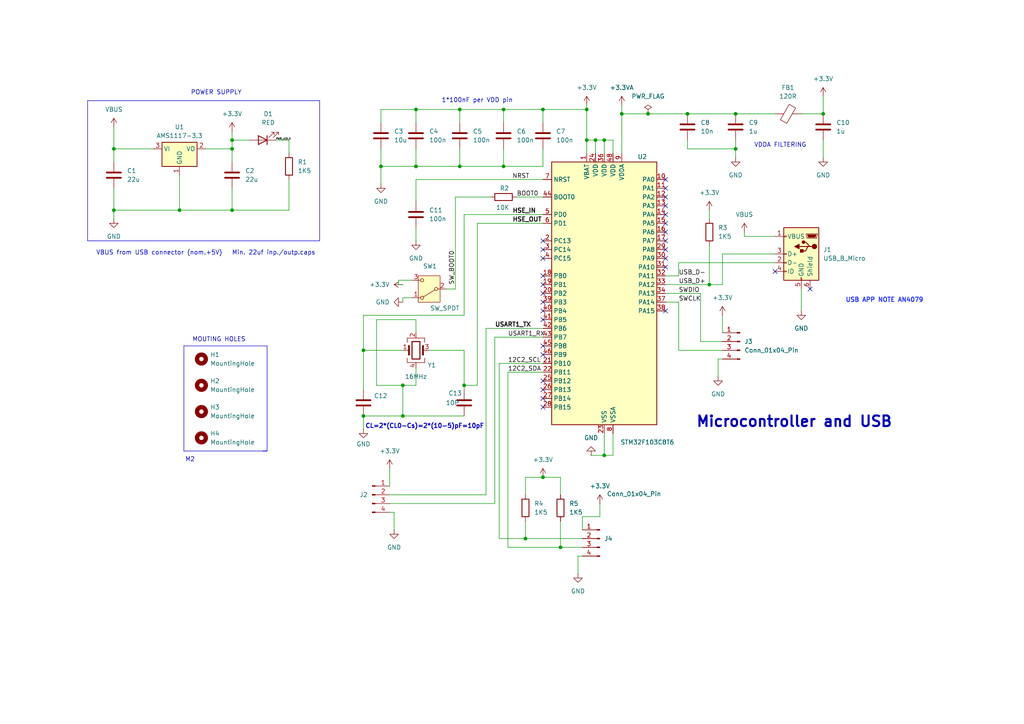
<source format=kicad_sch>
(kicad_sch (version 20250114) (generator "eeschema") (generator_version "9.0")
  (paper "A4")
  (title_block (title "STM32") (date "2025-04-11") (rev "0.1"))
  (lib_symbols
    (symbol "Connector:Conn_01x04_Pin" (pin_names (offset 1.016) (hide yes))
      (property "Reference" "J" (at 0 5.08 0))
      (property "Value" "Conn_01x04_Pin" (at 0 -7.62 0))
      (symbol "Conn_01x04_Pin_1_1"
        (rectangle (start 0.8636 2.667) (end 0 2.413) (stroke (width 0.1524)) (fill (type outline)))
        (rectangle (start 0.8636 0.127) (end 0 -0.127) (stroke (width 0.1524)) (fill (type outline)))
        (rectangle (start 0.8636 -2.413) (end 0 -2.667) (stroke (width 0.1524)) (fill (type outline)))
        (rectangle (start 0.8636 -4.953) (end 0 -5.207) (stroke (width 0.1524)) (fill (type outline)))
        (polyline (pts (xy 1.27 2.54) (xy 0.8636 2.54)) (stroke (width 0.1524)))
        (polyline (pts (xy 1.27 0) (xy 0.8636 0)) (stroke (width 0.1524)))
        (polyline (pts (xy 1.27 -2.54) (xy 0.8636 -2.54)) (stroke (width 0.1524)))
        (polyline (pts (xy 1.27 -5.08) (xy 0.8636 -5.08)) (stroke (width 0.1524)))
        (pin passive line (at 5.08 2.54 180) (length 3.81) (name "Pin_1") (number "1"))
        (pin passive line (at 5.08 0 180) (length 3.81) (name "Pin_2") (number "2"))
        (pin passive line (at 5.08 -2.54 180) (length 3.81) (name "Pin_3") (number "3"))
        (pin passive line (at 5.08 -5.08 180) (length 3.81) (name "Pin_4") (number "4"))
      )
    )
    (symbol "Connector:USB_B_Micro" (pin_names (offset 1.016))
      (property "Reference" "J" (at -5.08 11.43 0))
      (property "Value" "USB_B_Micro" (at -5.08 8.89 0))
      (symbol "USB_B_Micro_0_1"
        (rectangle (start -5.08 -7.62) (end 5.08 7.62) (stroke (width 0.254)) (fill (type background)))
        (polyline (pts (xy -4.699 5.842) (xy -4.699 5.588) (xy -4.445 4.826) (xy -4.445 4.572) (xy -1.651 4.572) (xy -1.651 4.826) (xy -1.397 5.588) (xy -1.397 5.842) (xy -4.699 5.842)))
        (polyline (pts (xy -4.318 5.588) (xy -1.778 5.588) (xy -2.032 4.826) (xy -4.064 4.826) (xy -4.318 5.588)) (fill (type outline)))
        (circle (center -3.81 2.159) (radius 0.635) (stroke (width 0.254)) (fill (type outline)))
        (polyline (pts (xy -3.175 2.159) (xy -2.54 2.159) (xy -1.27 3.429) (xy -0.635 3.429)) (stroke (width 0.254)))
        (polyline (pts (xy -2.54 2.159) (xy -1.905 2.159) (xy -1.27 0.889) (xy 0 0.889)) (stroke (width 0.254)))
        (polyline (pts (xy -1.905 2.159) (xy 0.635 2.159)) (stroke (width 0.254)))
        (circle (center -0.635 3.429) (radius 0.381) (stroke (width 0.254)) (fill (type outline)))
        (rectangle (start -0.127 -7.62) (end 0.127 -6.858))
        (rectangle (start 0.254 1.27) (end -0.508 0.508) (stroke (width 0.254)) (fill (type outline)))
        (polyline (pts (xy 0.635 2.794) (xy 0.635 1.524) (xy 1.905 2.159) (xy 0.635 2.794)) (stroke (width 0.254)) (fill (type outline)))
        (rectangle (start 5.08 4.953) (end 4.318 5.207))
        (rectangle (start 5.08 -0.127) (end 4.318 0.127))
        (rectangle (start 5.08 -2.667) (end 4.318 -2.413))
        (rectangle (start 5.08 -5.207) (end 4.318 -4.953))
      )
      (symbol "USB_B_Micro_1_1"
        (pin passive line (at -2.54 -10.16 90) (length 2.54) (name "Shield") (number "6"))
        (pin power_out line (at 0 -10.16 90) (length 2.54) (name "GND") (number "5"))
        (pin power_out line (at 7.62 5.08 180) (length 2.54) (name "VBUS") (number "1"))
        (pin bidirectional line (at 7.62 0 180) (length 2.54) (name "D+") (number "3"))
        (pin bidirectional line (at 7.62 -2.54 180) (length 2.54) (name "D-") (number "2"))
        (pin passive line (at 7.62 -5.08 180) (length 2.54) (name "ID") (number "4"))
      )
    )
    (symbol "Device:C" (pin_numbers (hide yes)) (pin_names (offset 0.254))
      (property "Reference" "C" (at 0.635 2.54 0))
      (property "Value" "C" (at 0.635 -2.54 0))
      (symbol "C_0_1"
        (polyline (pts (xy -2.032 0.762) (xy 2.032 0.762)) (stroke (width 0.508)))
        (polyline (pts (xy -2.032 -0.762) (xy 2.032 -0.762)) (stroke (width 0.508)))
      )
      (symbol "C_1_1"
        (pin passive line (at 0 3.81 270) (length 2.794) (name "~") (number "1"))
        (pin passive line (at 0 -3.81 90) (length 2.794) (name "~") (number "2"))
      )
    )
    (symbol "Device:Crystal_GND24" (pin_names (offset 1.016) (hide yes))
      (property "Reference" "Y" (at 3.175 5.08 0))
      (property "Value" "Crystal_GND24" (at 3.175 3.175 0))
      (symbol "Crystal_GND24_0_1"
        (polyline (pts (xy -2.54 2.286) (xy -2.54 3.556) (xy 2.54 3.556) (xy 2.54 2.286)))
        (polyline (pts (xy -2.54 0) (xy -2.032 0)))
        (polyline (pts (xy -2.54 -2.286) (xy -2.54 -3.556) (xy 2.54 -3.556) (xy 2.54 -2.286)))
        (polyline (pts (xy -2.032 -1.27) (xy -2.032 1.27)) (stroke (width 0.508)))
        (rectangle (start -1.143 2.54) (end 1.143 -2.54) (stroke (width 0.3048)))
        (polyline (pts (xy 0 3.556) (xy 0 3.81)))
        (polyline (pts (xy 0 -3.81) (xy 0 -3.556)))
        (polyline (pts (xy 2.032 0) (xy 2.54 0)))
        (polyline (pts (xy 2.032 -1.27) (xy 2.032 1.27)) (stroke (width 0.508)))
      )
      (symbol "Crystal_GND24_1_1"
        (pin passive line (at -3.81 0 0) (length 1.27) (name "1") (number "1"))
        (pin passive line (at 0 5.08 270) (length 1.27) (name "2") (number "2"))
        (pin passive line (at 0 -5.08 90) (length 1.27) (name "4") (number "4"))
        (pin passive line (at 3.81 0 180) (length 1.27) (name "3") (number "3"))
      )
    )
    (symbol "Device:FerriteBead" (pin_numbers (hide yes)) (pin_names (offset 0))
      (property "Reference" "FB" (at -3.81 0.635 90))
      (property "Value" "FerriteBead" (at 3.81 0 90))
      (symbol "FerriteBead_0_1"
        (polyline (pts (xy -2.7686 0.4064) (xy -1.7018 2.2606) (xy 2.7686 -0.3048) (xy 1.6764 -2.159) (xy -2.7686 0.4064)))
        (polyline (pts (xy 0 1.27) (xy 0 1.2954)))
        (polyline (pts (xy 0 -1.27) (xy 0 -1.2192)))
      )
      (symbol "FerriteBead_1_1"
        (pin passive line (at 0 3.81 270) (length 2.54) (name "~") (number "1"))
        (pin passive line (at 0 -3.81 90) (length 2.54) (name "~") (number "2"))
      )
    )
    (symbol "Device:LED" (pin_numbers (hide yes)) (pin_names (offset 1.016) (hide yes))
      (property "Reference" "D" (at 0 2.54 0))
      (property "Value" "LED" (at 0 -2.54 0))
      (symbol "LED_0_1"
        (polyline (pts (xy -3.048 -0.762) (xy -4.572 -2.286) (xy -3.81 -2.286) (xy -4.572 -2.286) (xy -4.572 -1.524)))
        (polyline (pts (xy -1.778 -0.762) (xy -3.302 -2.286) (xy -2.54 -2.286) (xy -3.302 -2.286) (xy -3.302 -1.524)))
        (polyline (pts (xy -1.27 0) (xy 1.27 0)))
        (polyline (pts (xy -1.27 -1.27) (xy -1.27 1.27)) (stroke (width 0.254)))
        (polyline (pts (xy 1.27 -1.27) (xy 1.27 1.27) (xy -1.27 0) (xy 1.27 -1.27)) (stroke (width 0.254)))
      )
      (symbol "LED_1_1"
        (pin passive line (at -3.81 0 0) (length 2.54) (name "K") (number "1"))
        (pin passive line (at 3.81 0 180) (length 2.54) (name "A") (number "2"))
      )
    )
    (symbol "Device:R" (pin_numbers (hide yes)) (pin_names (offset 0))
      (property "Reference" "R" (at 2.032 0 90))
      (property "Value" "R" (at 0 0 90))
      (symbol "R_0_1"
        (rectangle (start -1.016 -2.54) (end 1.016 2.54) (stroke (width 0.254)))
      )
      (symbol "R_1_1"
        (pin passive line (at 0 3.81 270) (length 1.27) (name "~") (number "1"))
        (pin passive line (at 0 -3.81 90) (length 1.27) (name "~") (number "2"))
      )
    )
    (symbol "MCU_ST_STM32F1:STM32F103C8Tx"
      (property "Reference" "U" (at -15.24 39.37 0))
      (property "Value" "STM32F103C8Tx" (at 7.62 39.37 0))
      (symbol "STM32F103C8Tx_0_1"
        (rectangle (start -15.24 -38.1) (end 15.24 38.1) (stroke (width 0.254)) (fill (type background)))
      )
      (symbol "STM32F103C8Tx_1_1"
        (pin input line (at -17.78 33.02 0) (length 2.54) (name "NRST") (number "7"))
        (pin input line (at -17.78 27.94 0) (length 2.54) (name "BOOT0") (number "44"))
        (pin bidirectional line (at -17.78 22.86 0) (length 2.54) (name "PD0") (number "5"))
        (pin bidirectional line (at -17.78 20.32 0) (length 2.54) (name "PD1") (number "6"))
        (pin bidirectional line (at -17.78 15.24 0) (length 2.54) (name "PC13") (number "2"))
        (pin bidirectional line (at -17.78 12.7 0) (length 2.54) (name "PC14") (number "3"))
        (pin bidirectional line (at -17.78 10.16 0) (length 2.54) (name "PC15") (number "4"))
        (pin bidirectional line (at -17.78 5.08 0) (length 2.54) (name "PB0") (number "18"))
        (pin bidirectional line (at -17.78 2.54 0) (length 2.54) (name "PB1") (number "19"))
        (pin bidirectional line (at -17.78 0 0) (length 2.54) (name "PB2") (number "20"))
        (pin bidirectional line (at -17.78 -2.54 0) (length 2.54) (name "PB3") (number "39"))
        (pin bidirectional line (at -17.78 -5.08 0) (length 2.54) (name "PB4") (number "40"))
        (pin bidirectional line (at -17.78 -7.62 0) (length 2.54) (name "PB5") (number "41"))
        (pin bidirectional line (at -17.78 -10.16 0) (length 2.54) (name "PB6") (number "42"))
        (pin bidirectional line (at -17.78 -12.7 0) (length 2.54) (name "PB7") (number "43"))
        (pin bidirectional line (at -17.78 -15.24 0) (length 2.54) (name "PB8") (number "45"))
        (pin bidirectional line (at -17.78 -17.78 0) (length 2.54) (name "PB9") (number "46"))
        (pin bidirectional line (at -17.78 -20.32 0) (length 2.54) (name "PB10") (number "21"))
        (pin bidirectional line (at -17.78 -22.86 0) (length 2.54) (name "PB11") (number "22"))
        (pin bidirectional line (at -17.78 -25.4 0) (length 2.54) (name "PB12") (number "25"))
        (pin bidirectional line (at -17.78 -27.94 0) (length 2.54) (name "PB13") (number "26"))
        (pin bidirectional line (at -17.78 -30.48 0) (length 2.54) (name "PB14") (number "27"))
        (pin bidirectional line (at -17.78 -33.02 0) (length 2.54) (name "PB15") (number "28"))
        (pin power_in line (at -5.08 40.64 270) (length 2.54) (name "VBAT") (number "1"))
        (pin power_in line (at -2.54 40.64 270) (length 2.54) (name "VDD") (number "24"))
        (pin power_in line (at 0 40.64 270) (length 2.54) (name "VDD") (number "36"))
        (pin power_in line (at 0 -40.64 90) (length 2.54) (name "VSS") (number "23"))
        (pin passive line (at 0 -40.64 90) (length 2.54) (hide yes) (name "VSS") (number "35"))
        (pin passive line (at 0 -40.64 90) (length 2.54) (hide yes) (name "VSS") (number "47"))
        (pin power_in line (at 2.54 40.64 270) (length 2.54) (name "VDD") (number "48"))
        (pin power_in line (at 2.54 -40.64 90) (length 2.54) (name "VSSA") (number "8"))
        (pin power_in line (at 5.08 40.64 270) (length 2.54) (name "VDDA") (number "9"))
        (pin bidirectional line (at 17.78 33.02 180) (length 2.54) (name "PA0") (number "10"))
        (pin bidirectional line (at 17.78 30.48 180) (length 2.54) (name "PA1") (number "11"))
        (pin bidirectional line (at 17.78 27.94 180) (length 2.54) (name "PA2") (number "12"))
        (pin bidirectional line (at 17.78 25.4 180) (length 2.54) (name "PA3") (number "13"))
        (pin bidirectional line (at 17.78 22.86 180) (length 2.54) (name "PA4") (number "14"))
        (pin bidirectional line (at 17.78 20.32 180) (length 2.54) (name "PA5") (number "15"))
        (pin bidirectional line (at 17.78 17.78 180) (length 2.54) (name "PA6") (number "16"))
        (pin bidirectional line (at 17.78 15.24 180) (length 2.54) (name "PA7") (number "17"))
        (pin bidirectional line (at 17.78 12.7 180) (length 2.54) (name "PA8") (number "29"))
        (pin bidirectional line (at 17.78 10.16 180) (length 2.54) (name "PA9") (number "30"))
        (pin bidirectional line (at 17.78 7.62 180) (length 2.54) (name "PA10") (number "31"))
        (pin bidirectional line (at 17.78 5.08 180) (length 2.54) (name "PA11") (number "32"))
        (pin bidirectional line (at 17.78 2.54 180) (length 2.54) (name "PA12") (number "33"))
        (pin bidirectional line (at 17.78 0 180) (length 2.54) (name "PA13") (number "34"))
        (pin bidirectional line (at 17.78 -2.54 180) (length 2.54) (name "PA14") (number "37"))
        (pin bidirectional line (at 17.78 -5.08 180) (length 2.54) (name "PA15") (number "38"))
      )
    )
    (symbol "Mechanical:MountingHole" (pin_names (offset 1.016)) (in_bom no)
      (property "Reference" "H" (at 0 5.08 0))
      (property "Value" "MountingHole" (at 0 3.175 0))
      (symbol "MountingHole_0_1"
        (circle (center 0 0) (radius 1.27) (stroke (width 1.27)))
      )
    )
    (symbol "Regulator_Linear:AMS1117-3.3"
      (property "Reference" "U" (at -3.81 3.175 0))
      (property "Value" "AMS1117-3.3" (at 0 3.175 0))
      (symbol "AMS1117-3.3_0_1"
        (rectangle (start -5.08 -5.08) (end 5.08 1.905) (stroke (width 0.254)) (fill (type background)))
      )
      (symbol "AMS1117-3.3_1_1"
        (pin power_in line (at -7.62 0 0) (length 2.54) (name "VI") (number "3"))
        (pin power_in line (at 0 -7.62 90) (length 2.54) (name "GND") (number "1"))
        (pin power_out line (at 7.62 0 180) (length 2.54) (name "VO") (number "2"))
      )
    )
    (symbol "Switch:SW_SPDT" (pin_names (offset 0) (hide yes))
      (property "Reference" "SW" (at 0 5.08 0))
      (property "Value" "SW_SPDT" (at 0 -5.08 0))
      (symbol "SW_SPDT_0_1"
        (circle (center -2.032 0) (radius 0.4572))
        (polyline (pts (xy -1.651 0.254) (xy 1.651 2.286)))
        (circle (center 2.032 2.54) (radius 0.4572))
        (circle (center 2.032 -2.54) (radius 0.4572))
      )
      (symbol "SW_SPDT_1_1"
        (rectangle (start -3.175 3.81) (end 3.175 -3.81) (fill (type background)))
        (pin passive line (at -5.08 0 0) (length 2.54) (name "B") (number "2"))
        (pin passive line (at 5.08 2.54 180) (length 2.54) (name "A") (number "1"))
        (pin passive line (at 5.08 -2.54 180) (length 2.54) (name "C") (number "3"))
      )
    )
    (symbol "power:+3.3V" (power) (pin_numbers (hide yes)) (pin_names (offset 0) (hide yes))
      (property "Value" "+3.3V" (at 0 3.556 0))
      (symbol "+3.3V_0_1"
        (polyline (pts (xy -0.762 1.27) (xy 0 2.54)))
        (polyline (pts (xy 0 2.54) (xy 0.762 1.27)))
        (polyline (pts (xy 0 0) (xy 0 2.54)))
      )
      (symbol "+3.3V_1_1"
        (pin power_in line (at 0 0 90) (length 0) (name "~") (number "1"))
      )
    )
    (symbol "power:+3.3VA" (power) (pin_numbers (hide yes)) (pin_names (offset 0) (hide yes))
      (property "Value" "+3.3VA" (at 0 3.556 0))
      (symbol "+3.3VA_0_1"
        (polyline (pts (xy -0.762 1.27) (xy 0 2.54)))
        (polyline (pts (xy 0 2.54) (xy 0.762 1.27)))
        (polyline (pts (xy 0 0) (xy 0 2.54)))
      )
      (symbol "+3.3VA_1_1"
        (pin power_in line (at 0 0 90) (length 0) (name "~") (number "1"))
      )
    )
    (symbol "power:GND" (power) (pin_numbers (hide yes)) (pin_names (offset 0) (hide yes))
      (property "Value" "GND" (at 0 -3.81 0))
      (symbol "GND_0_1"
        (polyline (pts (xy 0 0) (xy 0 -1.27) (xy 1.27 -1.27) (xy 0 -2.54) (xy -1.27 -1.27) (xy 0 -1.27)))
      )
      (symbol "GND_1_1"
        (pin power_in line (at 0 0 270) (length 0) (name "~") (number "1"))
      )
    )
    (symbol "power:PWR_FLAG" (power) (pin_numbers (hide yes)) (pin_names (offset 0) (hide yes))
      (property "Value" "PWR_FLAG" (at 0 3.81 0))
      (symbol "PWR_FLAG_0_0"
        (pin power_out line (at 0 0 90) (length 0) (name "~") (number "1"))
      )
      (symbol "PWR_FLAG_0_1"
        (polyline (pts (xy 0 0) (xy 0 1.27) (xy -1.016 1.905) (xy 0 2.54) (xy 1.016 1.905) (xy 0 1.27)))
      )
    )
    (symbol "power:VBUS" (power) (pin_numbers (hide yes)) (pin_names (offset 0) (hide yes))
      (property "Value" "VBUS" (at 0 3.556 0))
      (symbol "VBUS_0_1"
        (polyline (pts (xy -0.762 1.27) (xy 0 2.54)))
        (polyline (pts (xy 0 2.54) (xy 0.762 1.27)))
        (polyline (pts (xy 0 0) (xy 0 2.54)))
      )
      (symbol "VBUS_1_1"
        (pin power_in line (at 0 0 90) (length 0) (name "~") (number "1"))
      )
    )
  )
  (text "\n" (at 152.4 61.468 0) (effects (font (size 1.27 1.27) (thickness 0.254) (bold yes))))
  (text "VBUS from USB connector (nom.+5V)   Min. 22uf inp./outp.caps" (at 59.69 73.406 0) (effects (font (size 1.27 1.27))))
  (text "CL=2*(CL0-Cs)=2*(10-5)pF=10pF" (at 123.19 123.698 0) (effects (font (size 1.27 1.27) (thickness 0.254) (bold yes))))
  (text "1*100nF per VDD pin\n" (at 138.43 29.21 0) (effects (font (size 1.27 1.27))))
  (text "USB APP NOTE AN4079" (at 256.54 87.122 0) (effects (font (size 1.27 1.27) (thickness 0.254) (bold yes))))
  (text "M2" (at 55.118 133.35 0) (effects (font (size 1.27 1.27))))
  (text "POWER SUPPLY\n" (at 62.738 26.924 0) (effects (font (size 1.27 1.27))))
  (text "Microcontroller and USB" (at 230.378 122.428 0) (effects (font (size 3.048 3.048) (thickness 0.6096) (bold yes))))
  (text "MOUTING HOLES \n\n" (at 64.008 99.568 0) (effects (font (size 1.27 1.27))))
  (text "VDDA FILTERING\n" (at 226.314 42.164 0) (effects (font (size 1.27 1.27))))
  (junction (at 199.39 33.02))
  (junction (at 205.74 82.55))
  (junction (at 133.35 31.75))
  (junction (at 134.62 111.76))
  (junction (at 157.48 31.75))
  (junction (at 170.18 40.64))
  (junction (at 67.31 43.18))
  (junction (at 213.36 43.18))
  (junction (at 33.02 43.18))
  (junction (at 133.35 48.26))
  (junction (at 162.56 158.75))
  (junction (at 67.31 60.96))
  (junction (at 67.31 40.64))
  (junction (at 120.65 48.26))
  (junction (at 238.76 33.02))
  (junction (at 157.48 138.43))
  (junction (at 146.05 48.26))
  (junction (at 180.34 33.02))
  (junction (at 52.07 60.96))
  (junction (at 110.49 48.26))
  (junction (at 146.05 31.75))
  (junction (at 120.65 31.75))
  (junction (at 105.41 101.6))
  (junction (at 116.84 111.76))
  (junction (at 175.26 132.08))
  (junction (at 213.36 33.02))
  (junction (at 33.02 60.96))
  (junction (at 172.72 40.64))
  (junction (at 170.18 31.75))
  (junction (at 152.4 156.21))
  (junction (at 187.96 33.02))
  (junction (at 175.26 40.64))
  (junction (at 105.41 120.65))
  (junction (at 116.84 120.65))
  (no_connect (at 193.04 90.17))
  (no_connect (at 157.48 85.09))
  (no_connect (at 157.48 82.55))
  (no_connect (at 193.04 64.77))
  (no_connect (at 193.04 57.15))
  (no_connect (at 157.48 87.63))
  (no_connect (at 157.48 90.17))
  (no_connect (at 193.04 72.39))
  (no_connect (at 193.04 62.23))
  (no_connect (at 157.48 74.93))
  (no_connect (at 157.48 102.87))
  (no_connect (at 157.48 69.85))
  (no_connect (at 157.48 80.01))
  (no_connect (at 224.79 78.74))
  (no_connect (at 193.04 54.61))
  (no_connect (at 193.04 52.07))
  (no_connect (at 157.48 115.57))
  (no_connect (at 193.04 74.93))
  (no_connect (at 193.04 77.47))
  (no_connect (at 234.95 83.82))
  (no_connect (at 157.48 113.03))
  (no_connect (at 193.04 59.69))
  (no_connect (at 193.04 67.31))
  (no_connect (at 157.48 72.39))
  (no_connect (at 157.48 92.71))
  (no_connect (at 157.48 118.11))
  (no_connect (at 157.48 110.49))
  (no_connect (at 193.04 69.85))
  (no_connect (at 157.48 100.33))
  (wire (pts (xy 238.76 45.72) (xy 238.76 40.64)))
  (polyline (pts (xy 53.34 100.33) (xy 77.47 100.33)))
  (wire (pts (xy 132.08 57.15) (xy 142.24 57.15)))
  (wire (pts (xy 110.49 48.26) (xy 110.49 43.18)))
  (wire (pts (xy 170.18 31.75) (xy 170.18 40.64)))
  (wire (pts (xy 173.99 149.86) (xy 173.99 146.05)))
  (wire (pts (xy 140.97 95.25) (xy 140.97 143.51)))
  (wire (pts (xy 173.99 149.86) (xy 168.91 149.86)))
  (wire (pts (xy 67.31 60.96) (xy 52.07 60.96)))
  (wire (pts (xy 134.62 111.76) (xy 138.43 111.76)))
  (wire (pts (xy 133.35 31.75) (xy 133.35 35.56)))
  (polyline (pts (xy 76.2 130.81) (xy 77.47 130.81)))
  (wire (pts (xy 146.05 43.18) (xy 146.05 48.26)))
  (wire (pts (xy 33.02 36.83) (xy 33.02 43.18)))
  (wire (pts (xy 167.64 161.29) (xy 167.64 166.37)))
  (wire (pts (xy 133.35 48.26) (xy 120.65 48.26)))
  (wire (pts (xy 157.48 52.07) (xy 120.65 52.07)))
  (wire (pts (xy 180.34 33.02) (xy 187.96 33.02)))
  (wire (pts (xy 209.55 101.6) (xy 196.85 101.6)))
  (wire (pts (xy 134.62 101.6) (xy 134.62 111.76)))
  (wire (pts (xy 162.56 143.51) (xy 162.56 138.43)))
  (wire (pts (xy 224.79 76.2) (xy 196.85 76.2)))
  (wire (pts (xy 162.56 158.75) (xy 168.91 158.75)))
  (wire (pts (xy 133.35 43.18) (xy 133.35 48.26)))
  (wire (pts (xy 224.79 73.66) (xy 209.55 73.66)))
  (polyline (pts (xy 77.47 130.81) (xy 53.34 130.81)))
  (wire (pts (xy 133.35 31.75) (xy 146.05 31.75)))
  (wire (pts (xy 116.84 111.76) (xy 109.22 111.76)))
  (wire (pts (xy 144.78 156.21) (xy 144.78 105.41)))
  (wire (pts (xy 152.4 138.43) (xy 152.4 143.51)))
  (polyline (pts (xy 77.47 100.33) (xy 77.47 130.81)))
  (wire (pts (xy 110.49 35.56) (xy 110.49 31.75)))
  (wire (pts (xy 172.72 44.45) (xy 172.72 40.64)))
  (wire (pts (xy 116.84 86.36) (xy 119.38 86.36)))
  (wire (pts (xy 116.84 101.6) (xy 105.41 101.6)))
  (wire (pts (xy 208.28 104.14) (xy 208.28 109.22)))
  (wire (pts (xy 147.32 107.95) (xy 157.48 107.95)))
  (wire (pts (xy 157.48 95.25) (xy 140.97 95.25)))
  (wire (pts (xy 105.41 124.46) (xy 105.41 120.65)))
  (wire (pts (xy 120.65 92.71) (xy 120.65 96.52)))
  (wire (pts (xy 193.04 85.09) (xy 203.2 85.09)))
  (wire (pts (xy 120.65 31.75) (xy 133.35 31.75)))
  (wire (pts (xy 213.36 33.02) (xy 224.79 33.02)))
  (wire (pts (xy 134.62 62.23) (xy 134.62 91.44)))
  (wire (pts (xy 205.74 71.12) (xy 205.74 82.55)))
  (wire (pts (xy 120.65 111.76) (xy 116.84 111.76)))
  (wire (pts (xy 67.31 38.1) (xy 67.31 40.64)))
  (wire (pts (xy 124.46 101.6) (xy 134.62 101.6)))
  (wire (pts (xy 152.4 151.13) (xy 152.4 156.21)))
  (wire (pts (xy 157.48 35.56) (xy 157.48 31.75)))
  (wire (pts (xy 199.39 33.02) (xy 213.36 33.02)))
  (wire (pts (xy 120.65 31.75) (xy 120.65 35.56)))
  (wire (pts (xy 33.02 43.18) (xy 44.45 43.18)))
  (wire (pts (xy 209.55 96.52) (xy 209.55 91.44)))
  (wire (pts (xy 115.57 81.28) (xy 119.38 81.28)))
  (wire (pts (xy 52.07 60.96) (xy 33.02 60.96)))
  (wire (pts (xy 177.8 40.64) (xy 175.26 40.64)))
  (wire (pts (xy 115.57 81.28) (xy 115.57 82.55)))
  (wire (pts (xy 33.02 60.96) (xy 33.02 63.5)))
  (wire (pts (xy 110.49 31.75) (xy 120.65 31.75)))
  (polyline (pts (xy 25.4 69.85) (xy 92.71 69.85)))
  (wire (pts (xy 138.43 64.77) (xy 138.43 111.76)))
  (wire (pts (xy 113.03 146.05) (xy 143.51 146.05)))
  (wire (pts (xy 162.56 138.43) (xy 157.48 138.43)))
  (wire (pts (xy 157.48 31.75) (xy 170.18 31.75)))
  (wire (pts (xy 187.96 33.02) (xy 199.39 33.02)))
  (wire (pts (xy 199.39 43.18) (xy 213.36 43.18)))
  (wire (pts (xy 213.36 45.72) (xy 213.36 43.18)))
  (wire (pts (xy 143.51 146.05) (xy 143.51 97.79)))
  (wire (pts (xy 157.48 62.23) (xy 134.62 62.23)))
  (wire (pts (xy 215.9 67.31) (xy 215.9 68.58)))
  (wire (pts (xy 149.86 57.15) (xy 157.48 57.15)))
  (wire (pts (xy 83.82 40.64) (xy 83.82 44.45)))
  (wire (pts (xy 232.41 83.82) (xy 232.41 90.17)))
  (wire (pts (xy 120.65 106.68) (xy 120.65 111.76)))
  (wire (pts (xy 146.05 31.75) (xy 157.48 31.75)))
  (wire (pts (xy 83.82 52.07) (xy 83.82 60.96)))
  (wire (pts (xy 67.31 40.64) (xy 72.39 40.64)))
  (wire (pts (xy 157.48 48.26) (xy 146.05 48.26)))
  (wire (pts (xy 147.32 158.75) (xy 147.32 107.95)))
  (wire (pts (xy 205.74 60.96) (xy 205.74 63.5)))
  (wire (pts (xy 146.05 31.75) (xy 146.05 35.56)))
  (wire (pts (xy 213.36 43.18) (xy 213.36 40.64)))
  (wire (pts (xy 209.55 99.06) (xy 203.2 99.06)))
  (wire (pts (xy 67.31 43.18) (xy 67.31 46.99)))
  (wire (pts (xy 196.85 101.6) (xy 196.85 87.63)))
  (wire (pts (xy 143.51 97.79) (xy 157.48 97.79)))
  (wire (pts (xy 33.02 54.61) (xy 33.02 60.96)))
  (wire (pts (xy 116.84 86.36) (xy 116.84 87.63)))
  (wire (pts (xy 199.39 40.64) (xy 199.39 43.18)))
  (wire (pts (xy 162.56 151.13) (xy 162.56 158.75)))
  (wire (pts (xy 113.03 143.51) (xy 140.97 143.51)))
  (wire (pts (xy 132.08 83.82) (xy 129.54 83.82)))
  (wire (pts (xy 110.49 53.34) (xy 110.49 48.26)))
  (wire (pts (xy 116.84 111.76) (xy 116.84 120.65)))
  (wire (pts (xy 59.69 43.18) (xy 67.31 43.18)))
  (wire (pts (xy 67.31 40.64) (xy 67.31 43.18)))
  (wire (pts (xy 168.91 149.86) (xy 168.91 153.67)))
  (wire (pts (xy 177.8 44.45) (xy 177.8 40.64)))
  (wire (pts (xy 120.65 43.18) (xy 120.65 48.26)))
  (wire (pts (xy 146.05 48.26) (xy 133.35 48.26)))
  (wire (pts (xy 120.65 48.26) (xy 110.49 48.26)))
  (wire (pts (xy 80.01 40.64) (xy 83.82 40.64)))
  (wire (pts (xy 177.8 132.08) (xy 175.26 132.08)))
  (wire (pts (xy 120.65 52.07) (xy 120.65 58.42)))
  (wire (pts (xy 105.41 101.6) (xy 105.41 113.03)))
  (wire (pts (xy 175.26 40.64) (xy 172.72 40.64)))
  (wire (pts (xy 209.55 73.66) (xy 209.55 82.55)))
  (wire (pts (xy 134.62 111.76) (xy 134.62 113.03)))
  (wire (pts (xy 170.18 40.64) (xy 170.18 44.45)))
  (wire (pts (xy 52.07 50.8) (xy 52.07 60.96)))
  (wire (pts (xy 215.9 68.58) (xy 224.79 68.58)))
  (wire (pts (xy 144.78 105.41) (xy 157.48 105.41)))
  (wire (pts (xy 138.43 64.77) (xy 157.48 64.77)))
  (wire (pts (xy 175.26 125.73) (xy 175.26 132.08)))
  (wire (pts (xy 196.85 76.2) (xy 196.85 80.01)))
  (wire (pts (xy 193.04 82.55) (xy 205.74 82.55)))
  (wire (pts (xy 134.62 91.44) (xy 105.41 91.44)))
  (wire (pts (xy 175.26 44.45) (xy 175.26 40.64)))
  (wire (pts (xy 180.34 44.45) (xy 180.34 33.02)))
  (wire (pts (xy 120.65 66.04) (xy 120.65 69.85)))
  (wire (pts (xy 203.2 99.06) (xy 203.2 85.09)))
  (wire (pts (xy 152.4 138.43) (xy 157.48 138.43)))
  (wire (pts (xy 209.55 104.14) (xy 208.28 104.14)))
  (wire (pts (xy 114.3 148.59) (xy 114.3 153.67)))
  (wire (pts (xy 132.08 57.15) (xy 132.08 83.82)))
  (polyline (pts (xy 92.71 69.85) (xy 92.71 29.21)))
  (wire (pts (xy 144.78 156.21) (xy 152.4 156.21)))
  (wire (pts (xy 168.91 161.29) (xy 167.64 161.29)))
  (wire (pts (xy 83.82 60.96) (xy 67.31 60.96)))
  (wire (pts (xy 180.34 30.48) (xy 180.34 33.02)))
  (wire (pts (xy 113.03 140.97) (xy 113.03 135.89)))
  (wire (pts (xy 105.41 120.65) (xy 116.84 120.65)))
  (wire (pts (xy 109.22 111.76) (xy 109.22 92.71)))
  (wire (pts (xy 175.26 132.08) (xy 171.45 132.08)))
  (polyline (pts (xy 53.34 130.81) (xy 53.34 100.33)))
  (wire (pts (xy 177.8 125.73) (xy 177.8 132.08)))
  (wire (pts (xy 196.85 80.01) (xy 193.04 80.01)))
  (wire (pts (xy 196.85 87.63) (xy 193.04 87.63)))
  (wire (pts (xy 152.4 156.21) (xy 168.91 156.21)))
  (wire (pts (xy 157.48 43.18) (xy 157.48 48.26)))
  (wire (pts (xy 172.72 40.64) (xy 170.18 40.64)))
  (polyline (pts (xy 25.4 29.21) (xy 92.71 29.21)) (stroke (width 0) (type solid)))
  (wire (pts (xy 115.57 82.55) (xy 116.84 82.55)))
  (wire (pts (xy 205.74 82.55) (xy 209.55 82.55)))
  (wire (pts (xy 116.84 120.65) (xy 134.62 120.65)))
  (wire (pts (xy 105.41 91.44) (xy 105.41 101.6)))
  (wire (pts (xy 232.41 33.02) (xy 238.76 33.02)))
  (wire (pts (xy 113.03 148.59) (xy 114.3 148.59)))
  (wire (pts (xy 109.22 92.71) (xy 120.65 92.71)))
  (wire (pts (xy 33.02 43.18) (xy 33.02 46.99)))
  (wire (pts (xy 147.32 158.75) (xy 162.56 158.75)))
  (wire (pts (xy 238.76 27.94) (xy 238.76 33.02)))
  (wire (pts (xy 170.18 30.48) (xy 170.18 31.75)))
  (wire (pts (xy 67.31 54.61) (xy 67.31 60.96)))
  (polyline (pts (xy 25.4 29.21) (xy 25.4 69.85)))
  (label "USB_D-" (at 196.85 80.01 0))
  (label "PWR_LED_K" (at 80.01 40.64 0) (effects (font (size 0.508 0.508))))
  (label "USART1_TX" (at 143.51 95.25 0) (effects (font (thickness 0.254) (bold yes))))
  (label "HSE_OUT" (at 148.59 64.77 0) (effects (font (thickness 0.254) (bold yes))))
  (label "HSE_IN " (at 148.59 62.23 0) (effects (font (thickness 0.254) (bold yes))))
  (label "12C2_SDA" (at 147.32 107.95 0))
  (label "SW_BOOT0" (at 132.08 82.55 90))
  (label "USART1_RX" (at 147.32 97.79 0))
  (label "SWCLK" (at 196.85 87.63 0))
  (label "BOOT0" (at 149.86 57.15 0))
  (label "USB_D+" (at 196.85 82.55 0))
  (label "12C2_SCL" (at 147.32 105.41 0))
  (label "SWDIO" (at 196.85 85.09 0))
  (label "NRST" (at 148.59 52.07 0))
  (symbol (lib_id "power:+3.3V") (at 209.55 91.44 0) (unit 1)
    (property "Reference" "#PWR015" (effects (hide yes)))
    (property "Value" "+3.3V" (at 209.55 86.36 0))
    (property "Description" "Power symbol creates a global label with name \"+3.3V\"" (effects (hide yes)))
  )
  (symbol (lib_id "power:+3.3V") (at 205.74 60.96 0) (unit 1)
    (property "Reference" "#PWR014" (effects (hide yes)))
    (property "Value" "+3.3V" (at 205.74 55.88 0))
    (property "Description" "Power symbol creates a global label with name \"+3.3V\"" (effects (hide yes)))
  )
  (symbol (lib_id "power:GND") (at 238.76 45.72 0) (unit 1)
    (property "Reference" "#PWR07" (effects (hide yes)))
    (property "Value" "GND" (at 238.76 50.8 0))
    (property "Description" "Power symbol creates a global label with name \"GND\" , ground" (effects (hide yes)))
  )
  (symbol (lib_id "Device:C") (at 120.65 62.23 0) (unit 1)
    (property "Reference" "C11" (at 124.46 60.9599 0) (effects (justify left)))
    (property "Value" "100n" (at 124.46 63.4999 0) (effects (justify left)))
    (property "Footprint" "Capacitor_SMD:C_0402_1005Metric" (effects (hide yes)))
    (property "Description" "Unpolarized capacitor" (effects (hide yes)))
  )
  (symbol (lib_id "power:GND") (at 167.64 166.37 0) (unit 1)
    (property "Reference" "#PWR022" (effects (hide yes)))
    (property "Value" "GND" (at 167.64 171.45 0))
    (property "Description" "Power symbol creates a global label with name \"GND\" , ground" (effects (hide yes)))
  )
  (symbol (lib_id "power:GND") (at 114.3 153.67 0) (mirror y) (unit 1)
    (property "Reference" "#PWR020" (effects (hide yes)))
    (property "Value" "GND" (at 114.3 158.75 0))
    (property "Description" "Power symbol creates a global label with name \"GND\" , ground" (effects (hide yes)))
  )
  (symbol (lib_id "power:GND") (at 116.84 87.63 270) (unit 1)
    (property "Reference" "#PWR010" (effects (hide yes)))
    (property "Value" "GND" (at 113.03 87.6299 90) (effects (justify right)))
    (property "Description" "Power symbol creates a global label with name \"GND\" , ground" (effects (hide yes)))
  )
  (symbol (lib_id "Device:C") (at 105.41 116.84 0) (unit 1)
    (property "Reference" "C12" (at 108.458 114.808 0) (effects (justify left)))
    (property "Value" "10P" (effects (hide yes)))
    (property "Footprint" "Capacitor_SMD:C_0402_1005Metric" (effects (hide yes)))
    (property "Description" "Unpolarized capacitor" (effects (hide yes)))
  )
  (symbol (lib_id "Connector:Conn_01x04_Pin") (at 107.95 143.51 0) (unit 1)
    (property "Reference" "J2" (at 106.68 143.5099 0) (effects (justify right)))
    (property "Value" "Conn_01x04_Pin" (effects (hide yes)))
    (property "Footprint" "Connector:FanPinHeader_1x04_P2.54mm_Vertical" (effects (hide yes)))
    (property "Description" "Generic connector, single row, 01x04, script generated" (effects (hide yes)))
  )
  (symbol (lib_id "Device:FerriteBead") (at 228.6 33.02 90) (unit 1)
    (property "Reference" "FB1" (at 228.5492 25.4 90))
    (property "Value" "120R" (at 228.5492 27.94 90))
    (property "Footprint" "Inductor_SMD:L_0603_1608Metric" (effects (hide yes)))
    (property "Description" "Ferrite bead" (effects (hide yes)))
  )
  (symbol (lib_id "power:GND") (at 232.41 90.17 0) (unit 1)
    (property "Reference" "#PWR012" (effects (hide yes)))
    (property "Value" "GND" (at 232.41 95.25 0))
    (property "Description" "Power symbol creates a global label with name \"GND\" , ground" (effects (hide yes)))
  )
  (symbol (lib_id "Regulator_Linear:AMS1117-3.3") (at 52.07 43.18 0) (unit 1)
    (property "Reference" "U1" (at 52.07 36.83 0))
    (property "Value" "AMS1117-3.3" (at 52.07 39.37 0))
    (property "Footprint" "Package_TO_SOT_SMD:SOT-223-3_TabPin2" (effects (hide yes)))
    (property "Datasheet" "http://www.advanced-monolithic.com/pdf/ds1117.pdf" (effects (hide yes)))
    (property "Description" "1A Low Dropout regulator, positive, 3.3V fixed output, SOT-223" (effects (hide yes)))
  )
  (symbol (lib_id "power:+3.3V") (at 116.84 82.55 90) (unit 1)
    (property "Reference" "#PWR09" (effects (hide yes)))
    (property "Value" "+3.3V" (at 113.03 82.5499 90) (effects (justify left)))
    (property "Description" "Power symbol creates a global label with name \"+3.3V\"" (effects (hide yes)))
  )
  (symbol (lib_id "Switch:SW_SPDT") (at 124.46 83.82 180) (unit 1)
    (property "Reference" "SW1" (at 124.714 77.216 0))
    (property "Value" "SW_SPDT" (at 129.032 89.408 0))
    (property "Footprint" "Button_Switch_SMD:SW_SPDT_PCM12" (effects (hide yes)))
    (property "Description" "Switch, single pole double throw" (effects (hide yes)))
  )
  (symbol (lib_id "Connector:USB_B_Micro") (at 232.41 73.66 0) (mirror y) (unit 1)
    (property "Reference" "J1" (at 238.76 72.3899 0) (effects (justify right)))
    (property "Value" "USB_B_Micro" (at 238.76 74.9299 0) (effects (justify right)))
    (property "Footprint" "Connector_USB:USB_Micro-B_Wuerth_629105150521" (effects (hide yes)))
    (property "Description" "USB Micro Type B connector" (effects (hide yes)))
  )
  (symbol (lib_id "power:GND") (at 171.45 132.08 180) (unit 1)
    (property "Reference" "#PWR01" (effects (hide yes)))
    (property "Value" "GND" (at 171.45 127 0))
    (property "Description" "Power symbol creates a global label with name \"GND\" , ground" (effects (hide yes)))
  )
  (symbol (lib_id "Mechanical:MountingHole") (at 58.42 127 0) (unit 1) (in_bom no)
    (property "Reference" "H4" (at 60.96 125.7299 0) (effects (justify left)))
    (property "Value" "MountingHole" (at 60.96 128.2699 0) (effects (justify left)))
    (property "Footprint" "MountingHole:MountingHole_2.2mm_M2" (effects (hide yes)))
    (property "Description" "Mounting Hole without connection" (effects (hide yes)))
  )
  (symbol (lib_id "Connector:Conn_01x04_Pin") (at 173.99 156.21 0) (mirror y) (unit 1)
    (property "Reference" "J4" (at 175.26 156.2099 0) (effects (justify right)))
    (property "Value" "Conn_01x04_Pin" (at 176.022 143.256 0) (effects (justify right)))
    (property "Footprint" "Connector:FanPinHeader_1x04_P2.54mm_Vertical" (effects (hide yes)))
    (property "Description" "Generic connector, single row, 01x04, script generated" (effects (hide yes)))
  )
  (symbol (lib_id "Device:C") (at 157.48 39.37 0) (unit 1)
    (property "Reference" "C7" (at 161.29 38.0999 0) (effects (justify left)))
    (property "Value" "100n" (at 161.29 40.6399 0) (effects (justify left)))
    (property "Footprint" "Capacitor_SMD:C_0402_1005Metric" (effects (hide yes)))
    (property "Description" "Unpolarized capacitor" (effects (hide yes)))
  )
  (symbol (lib_id "Device:C") (at 213.36 36.83 0) (unit 1)
    (property "Reference" "C9" (at 217.17 35.5599 0) (effects (justify left)))
    (property "Value" "1u" (at 217.17 38.0999 0) (effects (justify left)))
    (property "Footprint" "Capacitor_SMD:C_0402_1005Metric" (effects (hide yes)))
    (property "Description" "Unpolarized capacitor" (effects (hide yes)))
  )
  (symbol (lib_id "Mechanical:MountingHole") (at 58.42 119.38 0) (unit 1) (in_bom no)
    (property "Reference" "H3" (at 60.96 118.1099 0) (effects (justify left)))
    (property "Value" "MountingHole" (at 60.96 120.6499 0) (effects (justify left)))
    (property "Footprint" "MountingHole:MountingHole_2.2mm_M2" (effects (hide yes)))
    (property "Description" "Mounting Hole without connection" (effects (hide yes)))
  )
  (symbol (lib_id "power:PWR_FLAG") (at 187.96 33.02 0) (unit 1)
    (property "Reference" "#FLG01" (effects (hide yes)))
    (property "Value" "PWR_FLAG" (at 187.96 27.94 0))
    (property "Description" "Special symbol for telling ERC where power comes from" (effects (hide yes)))
  )
  (symbol (lib_id "power:VBUS") (at 215.9 67.31 0) (unit 1)
    (property "Reference" "#PWR013" (effects (hide yes)))
    (property "Value" "VBUS" (at 215.9 62.23 0))
    (property "Description" "Power symbol creates a global label with name \"VBUS\"" (effects (hide yes)))
  )
  (symbol (lib_id "power:GND") (at 213.36 45.72 0) (unit 1)
    (property "Reference" "#PWR05" (effects (hide yes)))
    (property "Value" "GND" (at 213.36 50.8 0))
    (property "Description" "Power symbol creates a global label with name \"GND\" , ground" (effects (hide yes)))
  )
  (symbol (lib_id "Device:Crystal_GND24") (at 120.65 101.6 0) (unit 1)
    (property "Reference" "Y1" (at 125.222 105.918 0))
    (property "Value" "16MHz" (at 120.65 109.22 0))
    (property "Footprint" "Crystal:Crystal_SMD_3225-4Pin_3.2x2.5mm" (effects (hide yes)))
    (property "Description" "Four pin crystal, GND on pins 2 and 4" (effects (hide yes)))
  )
  (symbol (lib_id "power:GND") (at 110.49 53.34 0) (unit 1)
    (property "Reference" "#PWR03" (effects (hide yes)))
    (property "Value" "GND" (at 110.49 58.42 0))
    (property "Description" "Power symbol creates a global label with name \"GND\" , ground" (effects (hide yes)))
  )
  (symbol (lib_id "Device:C") (at 133.35 39.37 0) (unit 1)
    (property "Reference" "C5" (at 137.16 38.0999 0) (effects (justify left)))
    (property "Value" "100n" (at 137.16 40.6399 0) (effects (justify left)))
    (property "Footprint" "Capacitor_SMD:C_0402_1005Metric" (effects (hide yes)))
    (property "Description" "Unpolarized capacitor" (effects (hide yes)))
  )
  (symbol (lib_id "Device:R") (at 162.56 147.32 0) (unit 1)
    (property "Reference" "R5" (at 165.1 146.0499 0) (effects (justify left)))
    (property "Value" "1K5" (at 165.1 148.5899 0) (effects (justify left)))
    (property "Footprint" "Resistor_SMD:R_0402_1005Metric" (effects (hide yes)))
    (property "Description" "Resistor" (effects (hide yes)))
  )
  (symbol (lib_id "Mechanical:MountingHole") (at 58.42 104.14 0) (unit 1) (in_bom no)
    (property "Reference" "H1" (at 60.96 102.8699 0) (effects (justify left)))
    (property "Value" "MountingHole" (at 60.96 105.4099 0) (effects (justify left)))
    (property "Footprint" "MountingHole:MountingHole_2.2mm_M2" (effects (hide yes)))
    (property "Description" "Mounting Hole without connection" (effects (hide yes)))
  )
  (symbol (lib_id "Device:LED") (at 76.2 40.64 180) (unit 1)
    (property "Reference" "D1" (at 77.7875 33.02 0))
    (property "Value" "RED" (at 77.7875 35.56 0))
    (property "Footprint" "LED_SMD:LED_0201_0603Metric" (effects (hide yes)))
    (property "Description" "Light emitting diode" (effects (hide yes)))
    (property "Sim.Pins" "1=K 2=A" (effects (hide yes)))
  )
  (symbol (lib_id "power:VBUS") (at 33.02 36.83 0) (unit 1)
    (property "Reference" "#PWR019" (effects (hide yes)))
    (property "Value" "VBUS" (at 33.02 31.75 0))
    (property "Description" "Power symbol creates a global label with name \"VBUS\"" (effects (hide yes)))
  )
  (symbol (lib_id "Device:C") (at 110.49 39.37 0) (unit 1)
    (property "Reference" "C3" (at 114.3 38.0999 0) (effects (justify left)))
    (property "Value" "10u" (at 114.3 40.6399 0) (effects (justify left)))
    (property "Footprint" "Capacitor_SMD:C_0603_1608Metric" (effects (hide yes)))
    (property "Description" "Unpolarized capacitor" (effects (hide yes)))
  )
  (symbol (lib_id "Device:R") (at 146.05 57.15 90) (unit 1)
    (property "Reference" "R2" (at 146.304 54.61 90))
    (property "Value" "10K" (at 145.796 60.198 90))
    (property "Footprint" "Resistor_SMD:R_0402_1005Metric" (effects (hide yes)))
    (property "Description" "Resistor" (effects (hide yes)))
  )
  (symbol (lib_id "MCU_ST_STM32F1:STM32F103C8Tx") (at 175.26 85.09 0) (unit 1)
    (property "Reference" "U2" (at 184.912 45.466 0) (effects (justify left)))
    (property "Value" "STM32F103C8T6" (at 179.9433 128.27 0) (effects (justify left)))
    (property "Footprint" "Package_QFP:LQFP-48_7x7mm_P0.5mm" (effects (hide yes)))
    (property "Datasheet" "https://www.st.com/resource/en/datasheet/stm32f103c8.pdf" (effects (hide yes)))
    (property "Description" "STMicroelectronics Arm Cortex-M3 MCU, 64KB flash, 20KB RAM, 72 MHz, 2.0-3.6V, 37 GPIO, LQFP48" (effects (hide yes)))
  )
  (symbol (lib_id "Connector:Conn_01x04_Pin") (at 214.63 99.06 0) (mirror y) (unit 1)
    (property "Reference" "J3" (at 215.9 99.0599 0) (effects (justify right)))
    (property "Value" "Conn_01x04_Pin" (at 215.9 101.5999 0) (effects (justify right)))
    (property "Footprint" "Connector:FanPinHeader_1x04_P2.54mm_Vertical" (effects (hide yes)))
    (property "Description" "Generic connector, single row, 01x04, script generated" (effects (hide yes)))
  )
  (symbol (lib_id "power:+3.3VA") (at 180.34 30.48 0) (unit 1)
    (property "Reference" "#PWR04" (effects (hide yes)))
    (property "Value" "+3.3VA" (at 180.34 25.4 0))
    (property "Description" "Power symbol creates a global label with name \"+3.3VA\"" (effects (hide yes)))
  )
  (symbol (lib_id "Device:C") (at 146.05 39.37 0) (unit 1)
    (property "Reference" "C6" (at 149.86 38.0999 0) (effects (justify left)))
    (property "Value" "100n" (at 149.86 40.6399 0) (effects (justify left)))
    (property "Footprint" "Capacitor_SMD:C_0402_1005Metric" (effects (hide yes)))
    (property "Description" "Unpolarized capacitor" (effects (hide yes)))
  )
  (symbol (lib_id "power:+3.3V") (at 113.03 135.89 0) (mirror y) (unit 1)
    (property "Reference" "#PWR021" (effects (hide yes)))
    (property "Value" "+3.3V" (at 113.03 130.81 0))
    (property "Description" "Power symbol creates a global label with name \"+3.3V\"" (effects (hide yes)))
  )
  (symbol (lib_id "Device:C") (at 134.62 116.84 0) (unit 1)
    (property "Reference" "C13" (at 130.048 114.046 0) (effects (justify left)))
    (property "Value" "10P" (at 129.286 116.84 0) (effects (justify left)))
    (property "Footprint" "Capacitor_SMD:C_0402_1005Metric" (effects (hide yes)))
    (property "Description" "Unpolarized capacitor" (effects (hide yes)))
  )
  (symbol (lib_id "power:+3.3V") (at 67.31 38.1 0) (unit 1)
    (property "Reference" "#PWR018" (effects (hide yes)))
    (property "Value" "+3.3V" (at 67.31 33.02 0))
    (property "Description" "Power symbol creates a global label with name \"+3.3V\"" (effects (hide yes)))
  )
  (symbol (lib_id "Device:R") (at 205.74 67.31 0) (unit 1)
    (property "Reference" "R3" (at 208.28 66.0399 0) (effects (justify left)))
    (property "Value" "1K5" (at 208.28 68.5799 0) (effects (justify left)))
    (property "Footprint" "Resistor_SMD:R_0402_1005Metric" (effects (hide yes)))
    (property "Description" "Resistor" (effects (hide yes)))
  )
  (symbol (lib_id "power:+3.3V") (at 238.76 27.94 0) (unit 1)
    (property "Reference" "#PWR06" (effects (hide yes)))
    (property "Value" "+3.3V" (at 238.76 22.86 0))
    (property "Description" "Power symbol creates a global label with name \"+3.3V\"" (effects (hide yes)))
  )
  (symbol (lib_id "Device:R") (at 152.4 147.32 0) (unit 1)
    (property "Reference" "R4" (at 154.94 146.0499 0) (effects (justify left)))
    (property "Value" "1K5" (at 154.94 148.5899 0) (effects (justify left)))
    (property "Footprint" "Resistor_SMD:R_0402_1005Metric" (effects (hide yes)))
    (property "Description" "Resistor" (effects (hide yes)))
  )
  (symbol (lib_id "power:GND") (at 105.41 124.46 0) (mirror y) (unit 1)
    (property "Reference" "#PWR011" (effects (hide yes)))
    (property "Value" "GND" (at 105.41 128.778 0))
    (property "Description" "Power symbol creates a global label with name \"GND\" , ground" (effects (hide yes)))
  )
  (symbol (lib_id "power:GND") (at 208.28 109.22 0) (unit 1)
    (property "Reference" "#PWR016" (effects (hide yes)))
    (property "Value" "GND" (at 208.28 114.3 0))
    (property "Description" "Power symbol creates a global label with name \"GND\" , ground" (effects (hide yes)))
  )
  (symbol (lib_id "power:+3.3V") (at 157.48 138.43 0) (unit 1)
    (property "Reference" "#PWR024" (effects (hide yes)))
    (property "Value" "+3.3V" (at 157.48 133.35 0))
    (property "Description" "Power symbol creates a global label with name \"+3.3V\"" (effects (hide yes)))
  )
  (symbol (lib_id "Device:C") (at 67.31 50.8 0) (unit 1)
    (property "Reference" "C2" (at 71.12 49.5299 0) (effects (justify left)))
    (property "Value" "22u" (at 71.12 52.0699 0) (effects (justify left)))
    (property "Footprint" "Capacitor_SMD:C_0805_2012Metric" (effects (hide yes)))
    (property "Description" "Unpolarized capacitor" (effects (hide yes)))
  )
  (symbol (lib_id "Device:C") (at 199.39 36.83 0) (unit 1)
    (property "Reference" "C8" (at 203.2 35.5599 0) (effects (justify left)))
    (property "Value" "10n" (at 203.2 38.0999 0) (effects (justify left)))
    (property "Footprint" "Capacitor_SMD:C_0402_1005Metric" (effects (hide yes)))
    (property "Description" "Unpolarized capacitor" (effects (hide yes)))
  )
  (symbol (lib_id "power:GND") (at 120.65 69.85 0) (unit 1)
    (property "Reference" "#PWR08" (effects (hide yes)))
    (property "Value" "GND" (at 120.65 74.93 0))
    (property "Description" "Power symbol creates a global label with name \"GND\" , ground" (effects (hide yes)))
  )
  (symbol (lib_id "power:GND") (at 33.02 63.5 0) (unit 1)
    (property "Reference" "#PWR017" (effects (hide yes)))
    (property "Value" "GND" (at 33.02 68.58 0))
    (property "Description" "Power symbol creates a global label with name \"GND\" , ground" (effects (hide yes)))
  )
  (symbol (lib_id "power:+3.3V") (at 170.18 30.48 0) (unit 1)
    (property "Reference" "#PWR02" (effects (hide yes)))
    (property "Value" "+3.3V" (at 170.18 25.4 0))
    (property "Description" "Power symbol creates a global label with name \"+3.3V\"" (effects (hide yes)))
  )
  (symbol (lib_id "Device:C") (at 238.76 36.83 0) (unit 1)
    (property "Reference" "C10" (at 242.57 35.5599 0) (effects (justify left)))
    (property "Value" "1u" (at 242.57 38.0999 0) (effects (justify left)))
    (property "Footprint" "Capacitor_SMD:C_0402_1005Metric" (effects (hide yes)))
    (property "Description" "Unpolarized capacitor" (effects (hide yes)))
  )
  (symbol (lib_id "Device:C") (at 120.65 39.37 0) (unit 1)
    (property "Reference" "C4" (at 124.46 38.0999 0) (effects (justify left)))
    (property "Value" "100n" (at 124.46 40.6399 0) (effects (justify left)))
    (property "Footprint" "Capacitor_SMD:C_0402_1005Metric" (effects (hide yes)))
    (property "Description" "Unpolarized capacitor" (effects (hide yes)))
  )
  (symbol (lib_id "power:+3.3V") (at 173.99 146.05 0) (unit 1)
    (property "Reference" "#PWR023" (effects (hide yes)))
    (property "Value" "+3.3V" (at 173.99 140.97 0))
    (property "Description" "Power symbol creates a global label with name \"+3.3V\"" (effects (hide yes)))
  )
  (symbol (lib_id "Device:C") (at 33.02 50.8 0) (unit 1)
    (property "Reference" "C1" (at 36.83 49.5299 0) (effects (justify left)))
    (property "Value" "22u" (at 36.83 52.0699 0) (effects (justify left)))
    (property "Footprint" "Capacitor_SMD:C_0805_2012Metric" (effects (hide yes)))
    (property "Description" "Unpolarized capacitor" (effects (hide yes)))
  )
  (symbol (lib_id "Device:R") (at 83.82 48.26 0) (unit 1)
    (property "Reference" "R1" (at 86.36 46.9899 0) (effects (justify left)))
    (property "Value" "1K5" (at 86.36 49.5299 0) (effects (justify left)))
    (property "Footprint" "Resistor_SMD:R_0402_1005Metric" (effects (hide yes)))
    (property "Description" "Resistor" (effects (hide yes)))
  )
  (symbol (lib_id "Mechanical:MountingHole") (at 58.42 111.76 0) (unit 1) (in_bom no)
    (property "Reference" "H2" (at 60.96 110.4899 0) (effects (justify left)))
    (property "Value" "MountingHole" (at 60.96 113.0299 0) (effects (justify left)))
    (property "Footprint" "MountingHole:MountingHole_2.2mm_M2" (effects (hide yes)))
    (property "Description" "Mounting Hole without connection" (effects (hide yes)))
  )
)
</source>
